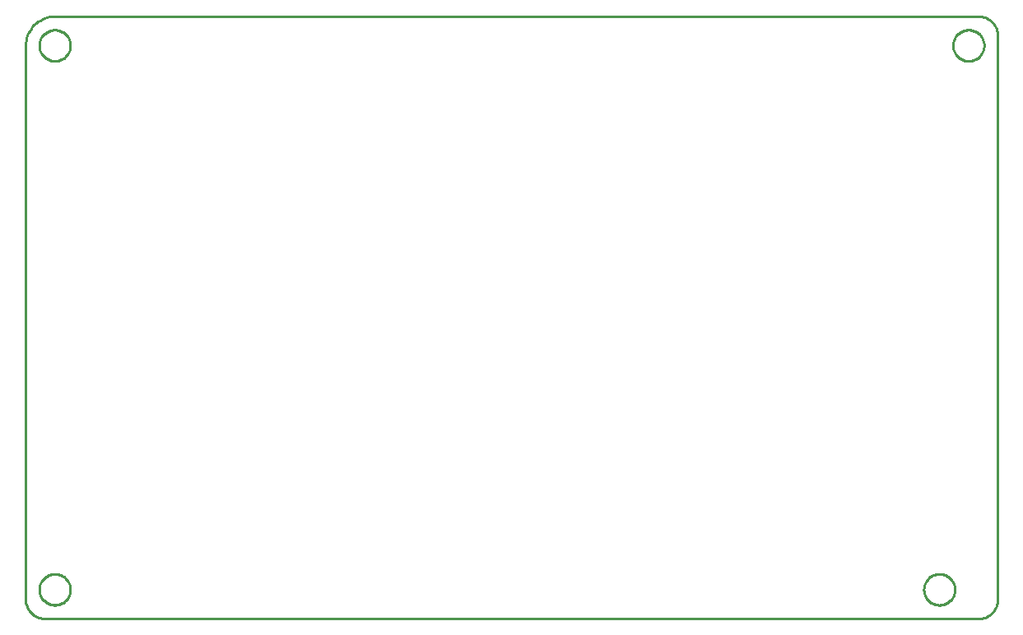
<source format=gbr>
G04 EAGLE Gerber RS-274X export*
G75*
%MOMM*%
%FSLAX34Y34*%
%LPD*%
%IN*%
%IPPOS*%
%AMOC8*
5,1,8,0,0,1.08239X$1,22.5*%
G01*
%ADD10C,0.254000*%


D10*
X0Y20000D02*
X76Y18257D01*
X304Y16527D01*
X681Y14824D01*
X1206Y13160D01*
X1874Y11548D01*
X2680Y10000D01*
X3617Y8528D01*
X4679Y7144D01*
X5858Y5858D01*
X7144Y4679D01*
X8528Y3617D01*
X10000Y2680D01*
X11548Y1874D01*
X13160Y1206D01*
X14824Y681D01*
X16527Y304D01*
X18257Y76D01*
X20000Y0D01*
X980000Y0D01*
X981743Y76D01*
X983473Y304D01*
X985176Y681D01*
X986840Y1206D01*
X988452Y1874D01*
X990000Y2680D01*
X991472Y3617D01*
X992856Y4679D01*
X994142Y5858D01*
X995321Y7144D01*
X996383Y8528D01*
X997321Y10000D01*
X998126Y11548D01*
X998794Y13160D01*
X999319Y14824D01*
X999696Y16527D01*
X999924Y18257D01*
X1000000Y20000D01*
X1000000Y600000D01*
X999924Y601743D01*
X999696Y603473D01*
X999319Y605176D01*
X998794Y606840D01*
X998126Y608452D01*
X997321Y610000D01*
X996383Y611472D01*
X995321Y612856D01*
X994142Y614142D01*
X992856Y615321D01*
X991472Y616383D01*
X990000Y617321D01*
X988452Y618126D01*
X986840Y618794D01*
X985176Y619319D01*
X983473Y619696D01*
X981743Y619924D01*
X980000Y620000D01*
X30000Y620000D01*
X27385Y619886D01*
X24791Y619544D01*
X22235Y618978D01*
X19739Y618191D01*
X17321Y617189D01*
X15000Y615981D01*
X12793Y614575D01*
X10716Y612981D01*
X8787Y611213D01*
X7019Y609284D01*
X5425Y607207D01*
X4019Y605000D01*
X2811Y602679D01*
X1809Y600261D01*
X1022Y597765D01*
X456Y595209D01*
X114Y592615D01*
X0Y590000D01*
X0Y20000D01*
X46000Y589476D02*
X45932Y588431D01*
X45795Y587392D01*
X45590Y586365D01*
X45319Y585353D01*
X44983Y584361D01*
X44582Y583393D01*
X44118Y582454D01*
X43595Y581546D01*
X43013Y580675D01*
X42375Y579844D01*
X41684Y579057D01*
X40943Y578316D01*
X40156Y577625D01*
X39325Y576988D01*
X38454Y576406D01*
X37546Y575882D01*
X36607Y575418D01*
X35639Y575017D01*
X34647Y574681D01*
X33635Y574410D01*
X32608Y574205D01*
X31569Y574069D01*
X30524Y574000D01*
X29476Y574000D01*
X28431Y574069D01*
X27392Y574205D01*
X26365Y574410D01*
X25353Y574681D01*
X24361Y575017D01*
X23393Y575418D01*
X22454Y575882D01*
X21546Y576406D01*
X20675Y576988D01*
X19844Y577625D01*
X19057Y578316D01*
X18316Y579057D01*
X17625Y579844D01*
X16988Y580675D01*
X16406Y581546D01*
X15882Y582454D01*
X15418Y583393D01*
X15017Y584361D01*
X14681Y585353D01*
X14410Y586365D01*
X14205Y587392D01*
X14069Y588431D01*
X14000Y589476D01*
X14000Y590524D01*
X14069Y591569D01*
X14205Y592608D01*
X14410Y593635D01*
X14681Y594647D01*
X15017Y595639D01*
X15418Y596607D01*
X15882Y597546D01*
X16406Y598454D01*
X16988Y599325D01*
X17625Y600156D01*
X18316Y600943D01*
X19057Y601684D01*
X19844Y602375D01*
X20675Y603013D01*
X21546Y603595D01*
X22454Y604118D01*
X23393Y604582D01*
X24361Y604983D01*
X25353Y605319D01*
X26365Y605590D01*
X27392Y605795D01*
X28431Y605932D01*
X29476Y606000D01*
X30524Y606000D01*
X31569Y605932D01*
X32608Y605795D01*
X33635Y605590D01*
X34647Y605319D01*
X35639Y604983D01*
X36607Y604582D01*
X37546Y604118D01*
X38454Y603595D01*
X39325Y603013D01*
X40156Y602375D01*
X40943Y601684D01*
X41684Y600943D01*
X42375Y600156D01*
X43013Y599325D01*
X43595Y598454D01*
X44118Y597546D01*
X44582Y596607D01*
X44983Y595639D01*
X45319Y594647D01*
X45590Y593635D01*
X45795Y592608D01*
X45932Y591569D01*
X46000Y590524D01*
X46000Y589476D01*
X46000Y29476D02*
X45932Y28431D01*
X45795Y27392D01*
X45590Y26365D01*
X45319Y25353D01*
X44983Y24361D01*
X44582Y23393D01*
X44118Y22454D01*
X43595Y21546D01*
X43013Y20675D01*
X42375Y19844D01*
X41684Y19057D01*
X40943Y18316D01*
X40156Y17625D01*
X39325Y16988D01*
X38454Y16406D01*
X37546Y15882D01*
X36607Y15418D01*
X35639Y15017D01*
X34647Y14681D01*
X33635Y14410D01*
X32608Y14205D01*
X31569Y14069D01*
X30524Y14000D01*
X29476Y14000D01*
X28431Y14069D01*
X27392Y14205D01*
X26365Y14410D01*
X25353Y14681D01*
X24361Y15017D01*
X23393Y15418D01*
X22454Y15882D01*
X21546Y16406D01*
X20675Y16988D01*
X19844Y17625D01*
X19057Y18316D01*
X18316Y19057D01*
X17625Y19844D01*
X16988Y20675D01*
X16406Y21546D01*
X15882Y22454D01*
X15418Y23393D01*
X15017Y24361D01*
X14681Y25353D01*
X14410Y26365D01*
X14205Y27392D01*
X14069Y28431D01*
X14000Y29476D01*
X14000Y30524D01*
X14069Y31569D01*
X14205Y32608D01*
X14410Y33635D01*
X14681Y34647D01*
X15017Y35639D01*
X15418Y36607D01*
X15882Y37546D01*
X16406Y38454D01*
X16988Y39325D01*
X17625Y40156D01*
X18316Y40943D01*
X19057Y41684D01*
X19844Y42375D01*
X20675Y43013D01*
X21546Y43595D01*
X22454Y44118D01*
X23393Y44582D01*
X24361Y44983D01*
X25353Y45319D01*
X26365Y45590D01*
X27392Y45795D01*
X28431Y45932D01*
X29476Y46000D01*
X30524Y46000D01*
X31569Y45932D01*
X32608Y45795D01*
X33635Y45590D01*
X34647Y45319D01*
X35639Y44983D01*
X36607Y44582D01*
X37546Y44118D01*
X38454Y43595D01*
X39325Y43013D01*
X40156Y42375D01*
X40943Y41684D01*
X41684Y40943D01*
X42375Y40156D01*
X43013Y39325D01*
X43595Y38454D01*
X44118Y37546D01*
X44582Y36607D01*
X44983Y35639D01*
X45319Y34647D01*
X45590Y33635D01*
X45795Y32608D01*
X45932Y31569D01*
X46000Y30524D01*
X46000Y29476D01*
X956000Y29476D02*
X955932Y28431D01*
X955795Y27392D01*
X955590Y26365D01*
X955319Y25353D01*
X954983Y24361D01*
X954582Y23393D01*
X954118Y22454D01*
X953595Y21546D01*
X953013Y20675D01*
X952375Y19844D01*
X951684Y19057D01*
X950943Y18316D01*
X950156Y17625D01*
X949325Y16988D01*
X948454Y16406D01*
X947546Y15882D01*
X946607Y15418D01*
X945639Y15017D01*
X944647Y14681D01*
X943635Y14410D01*
X942608Y14205D01*
X941569Y14069D01*
X940524Y14000D01*
X939476Y14000D01*
X938431Y14069D01*
X937392Y14205D01*
X936365Y14410D01*
X935353Y14681D01*
X934361Y15017D01*
X933393Y15418D01*
X932454Y15882D01*
X931546Y16406D01*
X930675Y16988D01*
X929844Y17625D01*
X929057Y18316D01*
X928316Y19057D01*
X927625Y19844D01*
X926988Y20675D01*
X926406Y21546D01*
X925882Y22454D01*
X925418Y23393D01*
X925017Y24361D01*
X924681Y25353D01*
X924410Y26365D01*
X924205Y27392D01*
X924069Y28431D01*
X924000Y29476D01*
X924000Y30524D01*
X924069Y31569D01*
X924205Y32608D01*
X924410Y33635D01*
X924681Y34647D01*
X925017Y35639D01*
X925418Y36607D01*
X925882Y37546D01*
X926406Y38454D01*
X926988Y39325D01*
X927625Y40156D01*
X928316Y40943D01*
X929057Y41684D01*
X929844Y42375D01*
X930675Y43013D01*
X931546Y43595D01*
X932454Y44118D01*
X933393Y44582D01*
X934361Y44983D01*
X935353Y45319D01*
X936365Y45590D01*
X937392Y45795D01*
X938431Y45932D01*
X939476Y46000D01*
X940524Y46000D01*
X941569Y45932D01*
X942608Y45795D01*
X943635Y45590D01*
X944647Y45319D01*
X945639Y44983D01*
X946607Y44582D01*
X947546Y44118D01*
X948454Y43595D01*
X949325Y43013D01*
X950156Y42375D01*
X950943Y41684D01*
X951684Y40943D01*
X952375Y40156D01*
X953013Y39325D01*
X953595Y38454D01*
X954118Y37546D01*
X954582Y36607D01*
X954983Y35639D01*
X955319Y34647D01*
X955590Y33635D01*
X955795Y32608D01*
X955932Y31569D01*
X956000Y30524D01*
X956000Y29476D01*
X986000Y589476D02*
X985932Y588431D01*
X985795Y587392D01*
X985590Y586365D01*
X985319Y585353D01*
X984983Y584361D01*
X984582Y583393D01*
X984118Y582454D01*
X983595Y581546D01*
X983013Y580675D01*
X982375Y579844D01*
X981684Y579057D01*
X980943Y578316D01*
X980156Y577625D01*
X979325Y576988D01*
X978454Y576406D01*
X977546Y575882D01*
X976607Y575418D01*
X975639Y575017D01*
X974647Y574681D01*
X973635Y574410D01*
X972608Y574205D01*
X971569Y574069D01*
X970524Y574000D01*
X969476Y574000D01*
X968431Y574069D01*
X967392Y574205D01*
X966365Y574410D01*
X965353Y574681D01*
X964361Y575017D01*
X963393Y575418D01*
X962454Y575882D01*
X961546Y576406D01*
X960675Y576988D01*
X959844Y577625D01*
X959057Y578316D01*
X958316Y579057D01*
X957625Y579844D01*
X956988Y580675D01*
X956406Y581546D01*
X955882Y582454D01*
X955418Y583393D01*
X955017Y584361D01*
X954681Y585353D01*
X954410Y586365D01*
X954205Y587392D01*
X954069Y588431D01*
X954000Y589476D01*
X954000Y590524D01*
X954069Y591569D01*
X954205Y592608D01*
X954410Y593635D01*
X954681Y594647D01*
X955017Y595639D01*
X955418Y596607D01*
X955882Y597546D01*
X956406Y598454D01*
X956988Y599325D01*
X957625Y600156D01*
X958316Y600943D01*
X959057Y601684D01*
X959844Y602375D01*
X960675Y603013D01*
X961546Y603595D01*
X962454Y604118D01*
X963393Y604582D01*
X964361Y604983D01*
X965353Y605319D01*
X966365Y605590D01*
X967392Y605795D01*
X968431Y605932D01*
X969476Y606000D01*
X970524Y606000D01*
X971569Y605932D01*
X972608Y605795D01*
X973635Y605590D01*
X974647Y605319D01*
X975639Y604983D01*
X976607Y604582D01*
X977546Y604118D01*
X978454Y603595D01*
X979325Y603013D01*
X980156Y602375D01*
X980943Y601684D01*
X981684Y600943D01*
X982375Y600156D01*
X983013Y599325D01*
X983595Y598454D01*
X984118Y597546D01*
X984582Y596607D01*
X984983Y595639D01*
X985319Y594647D01*
X985590Y593635D01*
X985795Y592608D01*
X985932Y591569D01*
X986000Y590524D01*
X986000Y589476D01*
M02*

</source>
